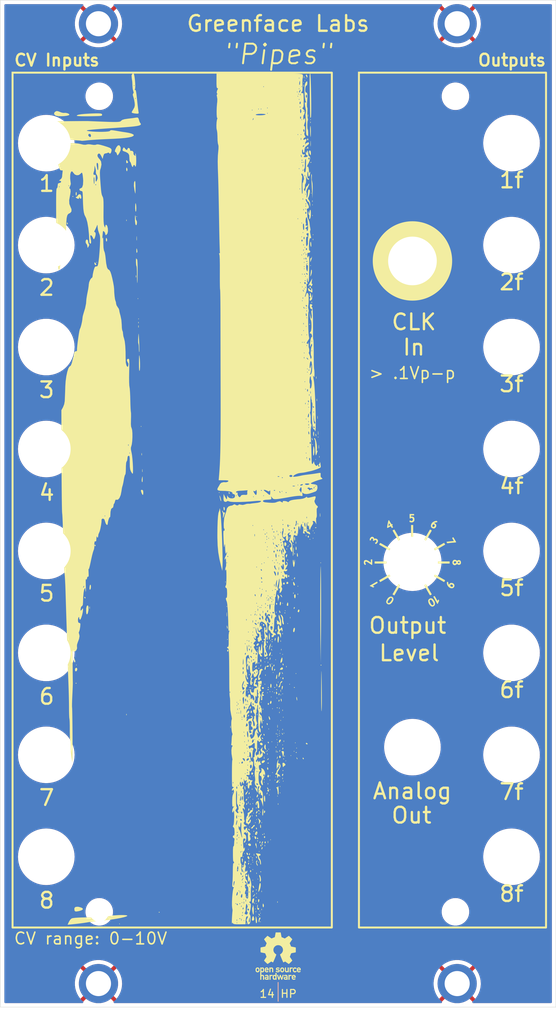
<source format=kicad_pcb>
(kicad_pcb (version 20211014) (generator pcbnew)
  (title_block (rev "2.1"))
  (layers (0 "F.Cu" signal) (31 "B.Cu" signal) (34 "B.Paste" user) (35 "F.Paste" user) (36 "B.SilkS" user "B.Silkscreen") (37 "F.SilkS" user "F.Silkscreen") (38 "B.Mask" user) (39 "F.Mask" user) (44 "Edge.Cuts" user))
  (net 0 "")
  (net 1 "GND")
  (footprint "panel:MountingHole_3.2mm_M3_SmPad" (layer "F.Cu") (at 52.5 33.75)
    (fp_text reference "H1" hide)
    (fp_text value "MountingHole_Pad")
    (pad "1" thru_hole circle locked (at 0 0) (size 5 5) (drill 3.2) (layers *.Cu *.Mask) (net 1 "GND"))
  )
  (footprint "panel:MountingHole_3.2mm_M3_SmPad" (layer "F.Cu") (at 98.22 33.75)
    (fp_text reference "H2" hide)
    (fp_text value "MountingHole_Pad")
    (pad "1" thru_hole circle locked (at 0 0) (size 5 5) (drill 3.2) (layers *.Cu *.Mask) (net 1 "GND"))
  )
  (footprint "panel:MountingHole_3.2mm_M3_SmPad" (layer "F.Cu") (at 98.22 156.15)
    (fp_text reference "H3" hide)
    (fp_text value "MountingHole_Pad")
    (pad "1" thru_hole circle locked (at 0 0) (size 5 5) (drill 3.2) (layers *.Cu *.Mask) (net 1 "GND"))
  )
  (footprint "panel:MountingHole_3.2mm_M3_SmPad" (layer "F.Cu") (at 52.5 156.15)
    (fp_text reference "H4" hide)
    (fp_text value "MountingHole_Pad")
    (pad "1" thru_hole circle locked (at 0 0) (size 5 5) (drill 3.2) (layers *.Cu *.Mask) (net 1 "GND"))
  )
  (footprint "panel:RotaryEncoder_6.4mm" (layer "F.Cu") (at 92.52 108.03 90)
    (fp_text reference "H5" hide)
    (fp_text value "Gain")
    (pad "" np_thru_hole circle (at 5.65 0 90) (size 6.4 6.4) (drill 6.4) (layers F&B.Cu *.Mask))
  )
  (footprint "MountingHole:MountingHole_2.5mm" (layer "F.Cu") (at 52.6 43)
    (fp_text reference "H17" hide)
    (fp_text value "MountingHole")
    (pad "" np_thru_hole circle (at 0 0) (size 2.5 2.5) (drill 2.5) (layers *.Cu *.Mask))
  )
  (footprint "MountingHole:MountingHole_2.5mm" (layer "F.Cu") (at 98 43)
    (fp_text reference "H18" hide)
    (fp_text value "MountingHole")
    (pad "" np_thru_hole circle (at 0 0) (size 2.5 2.5) (drill 2.5) (layers *.Cu *.Mask))
  )
  (footprint "MountingHole:MountingHole_2.5mm" (layer "F.Cu") (at 98 147)
    (fp_text reference "H19" hide)
    (fp_text value "MountingHole")
    (pad "" np_thru_hole circle (at 0 0) (size 2.5 2.5) (drill 2.5) (layers *.Cu *.Mask))
  )
  (footprint "MountingHole:MountingHole_2.5mm" (layer "F.Cu") (at 52.6 147)
    (fp_text reference "H20" hide)
    (fp_text value "MountingHole")
    (pad "" np_thru_hole circle (at 0 0) (size 2.5 2.5) (drill 2.5) (layers *.Cu *.Mask))
  )
  (footprint "panel:MolexJack" (layer "F.Cu") (at 45 48.11 -90)
    (fp_text reference "H10" hide)
    (fp_text value "MountingHole")
    (pad "" np_thru_hole circle (at 0.87 -0.85 270) (size 6.2 6.2) (drill 6.2) (layers F&B.Cu *.Mask))
  )
  (footprint "panel:MolexJack" (layer "F.Cu") (at 45 61.11 -90)
    (fp_text reference "H11" hide)
    (fp_text value "MountingHole")
    (pad "" np_thru_hole circle (at 0.87 -0.85 270) (size 6.2 6.2) (drill 6.2) (layers F&B.Cu *.Mask))
  )
  (footprint "panel:MolexJack" (layer "F.Cu") (at 45 74.11 -90)
    (fp_text reference "H12" hide)
    (fp_text value "MountingHole")
    (pad "" np_thru_hole circle (at 0.87 -0.85 270) (size 6.2 6.2) (drill 6.2) (layers F&B.Cu *.Mask))
  )
  (footprint "panel:MolexJack" (layer "F.Cu") (at 91.65 64.85)
    (fp_text reference "H6" hide)
    (fp_text value "Clk In")
    (pad "" np_thru_hole circle (at 0.87 -0.85) (size 6.2 6.2) (drill 6.2) (layers F&B.Cu *.Mask))
  )
  (footprint "panel:MolexJack" (layer "F.Cu") (at 106 101.85 90)
    (fp_text reference "H15" hide)
    (fp_text value "MountingHole")
    (pad "" np_thru_hole circle (at 0.87 -0.85 90) (size 6.2 6.2) (drill 6.2) (layers F&B.Cu *.Mask))
  )
  (footprint "panel:MolexJack" (layer "F.Cu") (at 45 139.11 -90)
    (fp_text reference "H25" hide)
    (fp_text value "MountingHole")
    (pad "" np_thru_hole circle (at 0.87 -0.85 270) (size 6.2 6.2) (drill 6.2) (layers F&B.Cu *.Mask))
  )
  (footprint "panel:MolexJack" (layer "F.Cu") (at 45 100.11 -90)
    (fp_text reference "H22" hide)
    (fp_text value "MountingHole")
    (pad "" np_thru_hole circle (at 0.87 -0.85 270) (size 6.2 6.2) (drill 6.2) (layers F&B.Cu *.Mask))
  )
  (footprint "panel:MolexJack" (layer "F.Cu") (at 106 62.85 90)
    (fp_text reference "H9" hide)
    (fp_text value "MountingHole")
    (pad "" np_thru_hole circle (at 0.87 -0.85 90) (size 6.2 6.2) (drill 6.2) (layers F&B.Cu *.Mask))
  )
  (footprint "panel:MolexJack" (layer "F.Cu") (at 106 88.85 90)
    (fp_text reference "H14" hide)
    (fp_text value "MountingHole")
    (pad "" np_thru_hole circle (at 0.87 -0.85 90) (size 6.2 6.2) (drill 6.2) (layers F&B.Cu *.Mask))
  )
  (footprint "panel:MolexJack" (layer "F.Cu") (at 45 87.11 -90)
    (fp_text reference "H21" hide)
    (fp_text value "MountingHole")
    (pad "" np_thru_hole circle (at 0.87 -0.85 270) (size 6.2 6.2) (drill 6.2) (layers F&B.Cu *.Mask))
  )
  (footprint "Symbol:OSHW-Logo_5.7x6mm_SilkScreen" (layer "F.Cu") (at 75.4 152.64)
    (fp_text reference "GR2" hide)
    (fp_text value "Logo_Open_Hardware_Small" hide)
  )
  (footprint "panel:MolexJack" (layer "F.Cu") (at 106 114.85 90)
    (fp_text reference "H16" hide)
    (fp_text value "MountingHole")
    (pad "" np_thru_hole circle (at 0.87 -0.85 90) (size 6.2 6.2) (drill 6.2) (layers F&B.Cu *.Mask))
  )
  (footprint "panel:MolexJack" (layer "F.Cu") (at 106 49.85 90)
    (fp_text reference "H8" hide)
    (fp_text value "MountingHole")
    (pad "" np_thru_hole circle (at 0.87 -0.85 90) (size 6.2 6.2) (drill 6.2) (layers F&B.Cu *.Mask))
  )
  (footprint "panel:MolexJack" (layer "F.Cu") (at 106 127.85 90)
    (fp_text reference "H26" hide)
    (fp_text value "MountingHole")
    (pad "" np_thru_hole circle (at 0.87 -0.85 90) (size 6.2 6.2) (drill 6.2) (layers F&B.Cu *.Mask))
  )
  (footprint "panel:MolexJack" (layer "F.Cu") (at 45 126.11 -90)
    (fp_text reference "H24" hide)
    (fp_text value "MountingHole")
    (pad "" np_thru_hole circle (at 0.87 -0.85 270) (size 6.2 6.2) (drill 6.2) (layers F&B.Cu *.Mask))
  )
  (footprint "panel:dial_sm" (layer "F.Cu") (at 92.5 102.2 90)
    (fp_text reference "GR1" hide)
    (fp_text value "dial" hide)
  )
  (footprint "panel:MolexJack" (layer "F.Cu") (at 45 113.11 -90)
    (fp_text reference "H23" hide)
    (fp_text value "MountingHole")
    (pad "" np_thru_hole circle (at 0.87 -0.85 270) (size 6.2 6.2) (drill 6.2) (layers F&B.Cu *.Mask))
  )
  (footprint "panel:bambooh" (layer "F.Cu") (at 63.8 94)
    (fp_text reference "GR3" hide)
    (fp_text value "bamboo" hide)
  )
  (footprint "panel:MolexJack" (layer "F.Cu") (at 106 75.85 90)
    (fp_text reference "H13" hide)
    (fp_text value "MountingHole")
    (pad "" np_thru_hole circle (at 0.87 -0.85 90) (size 6.2 6.2) (drill 6.2) (layers F&B.Cu *.Mask))
  )
  (footprint "panel:MolexJack" (layer "F.Cu") (at 91.65 126.85)
    (fp_text reference "H7" hide)
    (fp_text value "VCO Out")
    (pad "" np_thru_hole circle (at 0.87 -0.85) (size 6.2 6.2) (drill 6.2) (layers F&B.Cu *.Mask))
  )
  (footprint "panel:MolexJack" (layer "F.Cu") (at 106 140.85 90)
    (fp_text reference "H27" hide)
    (fp_text value "MountingHole")
    (pad "" np_thru_hole circle (at 0.87 -0.85 90) (size 6.2 6.2) (drill 6.2) (layers F&B.Cu *.Mask))
  )
  (gr_line (start 75.4 156.01) (end 75.4 158.4) (layer "B.SilkS") (width 0.12))
  (gr_circle (center 92.52 64) (end 97.52 64) (layer "F.SilkS") (width 0.12) (fill solid))
  (gr_rect (start 85.7 39.99) (end 109.545 149) (layer "F.SilkS") (width 0.25) (fill none))
  (gr_rect (start 41.55 39.99) (end 82.245 149) (layer "F.SilkS") (width 0.25) (fill none))
  (gr_line (start 110.8 30.75) (end 40 30.75) (layer "Edge.Cuts") (width 0.05))
  (gr_line (start 110.8 159.15) (end 110.8 30.75) (layer "Edge.Cuts") (width 0.05))
  (gr_line (start 40 159.15) (end 110.8 159.15) (layer "Edge.Cuts") (width 0.05))
  (gr_line (start 40 30.75) (end 40 159.15) (layer "Edge.Cuts") (width 0.05))
  (gr_text "Output" (at 91.9 110.5) (layer "F.SilkS") (effects (font (size 2 2) (thickness 0.3))))
  (gr_text "4" (at 45.9 93.55) (layer "F.SilkS") (effects (font (size 2 2) (thickness 0.3))))
  (gr_text "Greenface Labs" (at 75.4 33.74) (layer "F.SilkS") (effects (font (size 2 2) (thickness 0.3))))
  (gr_text "3" (at 45.9 80.45) (layer "F.SilkS") (effects (font (size 2 2) (thickness 0.3))))
  (gr_text "Out" (at 92.4 134.7) (layer "F.SilkS") (effects (font (size 2 2) (thickness 0.3))))
  (gr_text "> .1Vp-p" (at 92.5 78.3) (layer "F.SilkS") (effects (font (size 1.5 1.5) (thickness 0.2))))
  (gr_text "Outputs" (at 105.2 38.4) (layer "F.SilkS") (effects (font (size 1.5 1.5) (thickness 0.3))))
  (gr_text "2" (at 45.9 67.4) (layer "F.SilkS") (effects (font (size 2 2) (thickness 0.3))))
  (gr_text "CV range: 0-10V" (at 51.5 150.4) (layer "F.SilkS") (effects (font (size 1.5 1.5) (thickness 0.2))))
  (gr_text "7" (at 45.9 132.45) (layer "F.SilkS") (effects (font (size 2 2) (thickness 0.3))))
  (gr_text "1" (at 45.9 54.15) (layer "F.SilkS") (effects (font (size 2 2) (thickness 0.3))))
  (gr_text "Level" (at 92.1 114) (layer "F.SilkS") (effects (font (size 2 2) (thickness 0.3))))
  (gr_text "CV Inputs" (at 47.2 38.4) (layer "F.SilkS") (effects (font (size 1.5 1.5) (thickness 0.3))))
  (gr_text "1f" (at 105.15 53.7) (layer "F.SilkS") (effects (font (size 2 2) (thickness 0.3))))
  (gr_text "{dblquote}Pipes{dblquote}" (at 75.4 37.65) (layer "F.SilkS") (effects (font (size 2.5 2.5) (thickness 0.25) italic)))
  (gr_text "8" (at 45.9 145.55) (layer "F.SilkS") (effects (font (size 2 2) (thickness 0.3))))
  (gr_text "Analog" (at 92.5 131.6) (layer "F.SilkS") (effects (font (size 2 2) (thickness 0.3))))
  (gr_text "8f" (at 105.15 144.7) (layer "F.SilkS") (effects (font (size 2 2) (thickness 0.3))))
  (gr_text "2f" (at 105.15 66.7) (layer "F.SilkS") (effects (font (size 2 2) (thickness 0.3))))
  (gr_text "5f" (at 105.15 105.7) (layer "F.SilkS") (effects (font (size 2 2) (thickness 0.3))))
  (gr_text "7f" (at 105.15 131.7) (layer "F.SilkS") (effects (font (size 2 2) (thickness 0.3))))
  (gr_text "4f" (at 105.15 92.7) (layer "F.SilkS") (effects (font (size 2 2) (thickness 0.3))))
  (gr_text "CLK\nIn" (at 92.7 73.4) (layer "F.SilkS") (effects (font (size 2 2) (thickness 0.3))))
  (gr_text "5" (at 45.9 106.4) (layer "F.SilkS") (effects (font (size 2 2) (thickness 0.3))))
  (gr_text "6" (at 45.9 119.55) (layer "F.SilkS") (effects (font (size 2 2) (thickness 0.3))))
  (gr_text "14 HP" (at 75.4 157.45) (layer "F.SilkS") (effects (font (size 1 1))))
  (gr_text "6f" (at 105.15 118.7) (layer "F.SilkS") (effects (font (size 2 2) (thickness 0.3))))
  (gr_text "3f" (at 105.15 79.7) (layer "F.SilkS") (effects (font (size 2 2) (thickness 0.3))))
  (zone (net 1) (net_name "GND") (layer "F.Cu") (connect_pads (clearance 0.508)) (min_thickness 0.254) (fill yes (thermal_gap 0.508) (thermal_bridge_width 0.508))
    (polygon (pts (xy 40 30.75) (xy 110.59 30.75) (xy 110.59 159.15) (xy 40 159.15)))
  )
  (zone (net 0) (net_name "") (layer "B.Cu") (connect_pads (clearance 0.508)) (min_thickness 0.254) (fill yes (thermal_gap 0.508) (thermal_bridge_width 0.508))
    (polygon (pts (xy 40 30.75) (xy 110.7 30.75) (xy 110.7 159.15) (xy 40 159.15)))
  )
)
</source>
